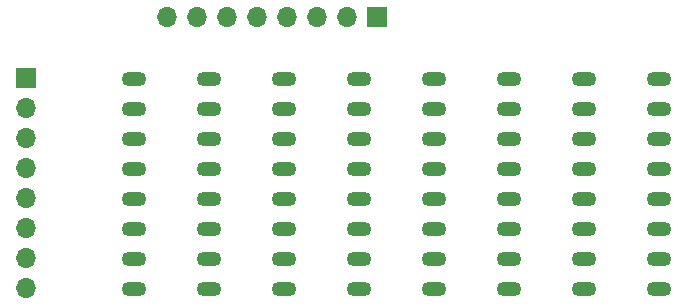
<source format=gbr>
%TF.GenerationSoftware,KiCad,Pcbnew,(5.1.9)-1*%
%TF.CreationDate,2021-06-01T09:40:17-07:00*%
%TF.ProjectId,Reverse_Mount_SMT_LED_PoC,52657665-7273-4655-9f4d-6f756e745f53,rev?*%
%TF.SameCoordinates,Original*%
%TF.FileFunction,Soldermask,Bot*%
%TF.FilePolarity,Negative*%
%FSLAX46Y46*%
G04 Gerber Fmt 4.6, Leading zero omitted, Abs format (unit mm)*
G04 Created by KiCad (PCBNEW (5.1.9)-1) date 2021-06-01 09:40:17*
%MOMM*%
%LPD*%
G01*
G04 APERTURE LIST*
%ADD10R,1.700000X1.700000*%
%ADD11O,1.700000X1.700000*%
%ADD12O,2.100000X1.250000*%
G04 APERTURE END LIST*
D10*
X146530000Y-67250000D03*
D11*
X143990000Y-67250000D03*
X141450000Y-67250000D03*
X138910000Y-67250000D03*
X136370000Y-67250000D03*
X133830000Y-67250000D03*
X131290000Y-67250000D03*
X128750000Y-67250000D03*
D12*
X125935000Y-75030000D03*
X125935000Y-77570000D03*
X125935000Y-80110000D03*
X125935000Y-82650000D03*
X125935000Y-85190000D03*
X125935000Y-87730000D03*
X125935000Y-90270000D03*
X132285000Y-72490000D03*
X132285000Y-75030000D03*
X132285000Y-77570000D03*
X132285000Y-80110000D03*
X132285000Y-82650000D03*
X132285000Y-85190000D03*
X132285000Y-87730000D03*
X132285000Y-90270000D03*
X138635000Y-72490000D03*
X138635000Y-75030000D03*
X138635000Y-77570000D03*
X138635000Y-80110000D03*
X138635000Y-82650000D03*
X138635000Y-85190000D03*
X138635000Y-87730000D03*
X138635000Y-90270000D03*
X144985000Y-72490000D03*
X144985000Y-75030000D03*
X144985000Y-77570000D03*
X144985000Y-80110000D03*
X144985000Y-82650000D03*
X144985000Y-85190000D03*
X144985000Y-87730000D03*
X144985000Y-90270000D03*
X151335000Y-72490000D03*
X151335000Y-75030000D03*
X151335000Y-77570000D03*
X151335000Y-80110000D03*
X151335000Y-82650000D03*
X151335000Y-85190000D03*
X151335000Y-87730000D03*
X151335000Y-90265000D03*
X157685000Y-72490000D03*
X157685000Y-75030000D03*
X157685000Y-77570000D03*
X157685000Y-80110000D03*
X157685000Y-82650000D03*
X157685000Y-85190000D03*
X157685000Y-87730000D03*
X157685000Y-90270000D03*
X164035000Y-72490000D03*
X164035000Y-75030000D03*
X164035000Y-77570000D03*
X164035000Y-80110000D03*
X164035000Y-82650000D03*
X164035000Y-85190000D03*
X164035000Y-87730000D03*
X164035000Y-90270000D03*
X170385000Y-72490000D03*
X170385000Y-75030000D03*
X170385000Y-77570000D03*
X170385000Y-80110000D03*
X170385000Y-82645000D03*
X170385000Y-85190000D03*
X170385000Y-87730000D03*
X170385000Y-90270000D03*
D10*
X116840000Y-72390000D03*
D11*
X116840000Y-74930000D03*
X116840000Y-77470000D03*
X116840000Y-80010000D03*
X116840000Y-82550000D03*
X116840000Y-85090000D03*
X116840000Y-87630000D03*
X116840000Y-90170000D03*
D12*
X125935000Y-72490000D03*
M02*

</source>
